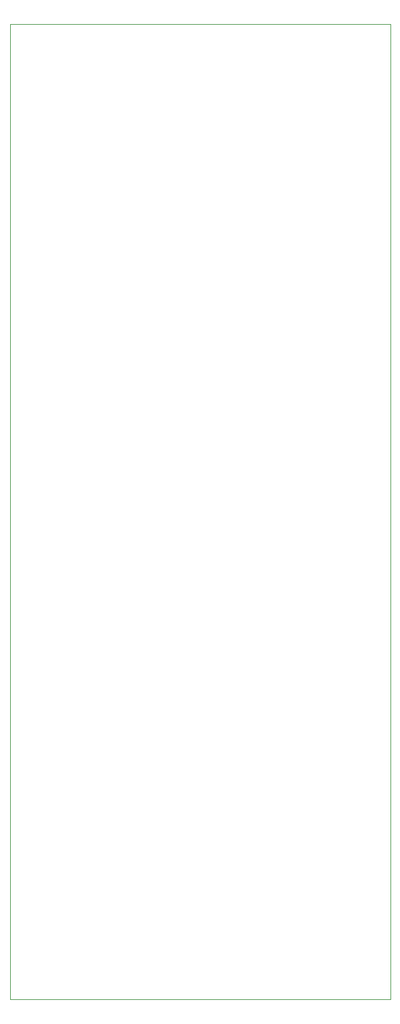
<source format=gbr>
%TF.GenerationSoftware,KiCad,Pcbnew,7.0.1*%
%TF.CreationDate,2024-08-14T21:00:26-04:00*%
%TF.ProjectId,front panel,66726f6e-7420-4706-916e-656c2e6b6963,rev?*%
%TF.SameCoordinates,Original*%
%TF.FileFunction,Profile,NP*%
%FSLAX46Y46*%
G04 Gerber Fmt 4.6, Leading zero omitted, Abs format (unit mm)*
G04 Created by KiCad (PCBNEW 7.0.1) date 2024-08-14 21:00:26*
%MOMM*%
%LPD*%
G01*
G04 APERTURE LIST*
%TA.AperFunction,Profile*%
%ADD10C,0.100000*%
%TD*%
G04 APERTURE END LIST*
D10*
X88900000Y-50673000D02*
X139700000Y-50673000D01*
X139700000Y-180848000D01*
X88900000Y-180848000D01*
X88900000Y-50673000D01*
M02*

</source>
